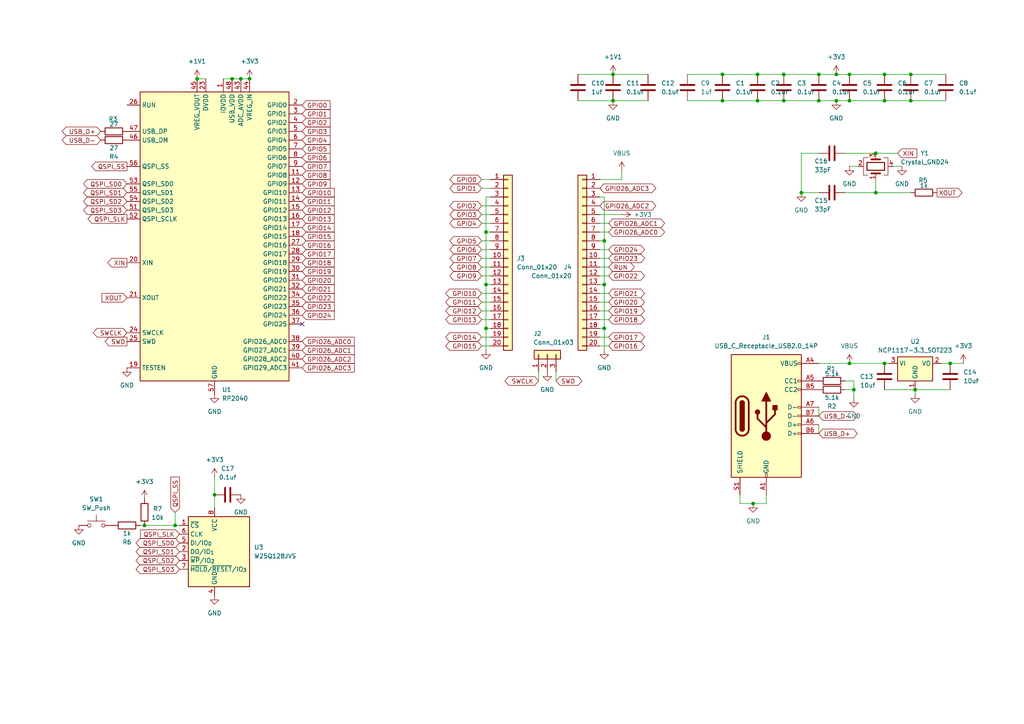
<source format=kicad_sch>
(kicad_sch (version 20250114) (generator "eeschema") (generator_version "9.0")
  (paper "A4")
  (lib_symbols
    (symbol "Connector:USB_C_Receptacle_USB2.0_14P" (pin_names (offset 1.016))
      (property "Reference" "J" (at 0 22.225 0))
      (property "Value" "USB_C_Receptacle_USB2.0_14P" (at 0 19.685 0))
      (symbol "USB_C_Receptacle_USB2.0_14P_0_0"
        (rectangle (start -0.254 -17.78) (end 0.254 -16.764))
        (rectangle (start 10.16 15.494) (end 9.144 14.986))
        (rectangle (start 10.16 10.414) (end 9.144 9.906))
        (rectangle (start 10.16 7.874) (end 9.144 7.366))
        (rectangle (start 10.16 2.794) (end 9.144 2.286))
        (rectangle (start 10.16 0.254) (end 9.144 -0.254))
        (rectangle (start 10.16 -2.286) (end 9.144 -2.794))
        (rectangle (start 10.16 -4.826) (end 9.144 -5.334))
      )
      (symbol "USB_C_Receptacle_USB2.0_14P_0_1"
        (rectangle (start -10.16 17.78) (end 10.16 -17.78) (stroke (width 0.254)) (fill (type background)))
        (polyline (pts (xy -8.89 -3.81) (xy -8.89 3.81)) (stroke (width 0.508)))
        (rectangle (start -7.62 -3.81) (end -6.35 3.81) (stroke (width 0.254)) (fill (type outline)))
        (arc (start -7.62 3.81) (mid -6.985 4.4423) (end -6.35 3.81) (stroke (width 0.254)))
        (arc (start -7.62 3.81) (mid -6.985 4.4423) (end -6.35 3.81) (stroke (width 0.254)) (fill (type outline)))
        (arc (start -8.89 3.81) (mid -6.985 5.7067) (end -5.08 3.81) (stroke (width 0.508)))
        (arc (start -5.08 -3.81) (mid -6.985 -5.7067) (end -8.89 -3.81) (stroke (width 0.508)))
        (arc (start -6.35 -3.81) (mid -6.985 -4.4423) (end -7.62 -3.81) (stroke (width 0.254)))
        (arc (start -6.35 -3.81) (mid -6.985 -4.4423) (end -7.62 -3.81) (stroke (width 0.254)) (fill (type outline)))
        (polyline (pts (xy -5.08 3.81) (xy -5.08 -3.81)) (stroke (width 0.508)))
        (circle (center -2.54 1.143) (radius 0.635) (stroke (width 0.254)) (fill (type outline)))
        (polyline (pts (xy -1.27 4.318) (xy 0 6.858) (xy 1.27 4.318) (xy -1.27 4.318)) (stroke (width 0.254)) (fill (type outline)))
        (polyline (pts (xy 0 -2.032) (xy 2.54 0.508) (xy 2.54 1.778)) (stroke (width 0.508)))
        (polyline (pts (xy 0 -3.302) (xy -2.54 -0.762) (xy -2.54 0.508)) (stroke (width 0.508)))
        (polyline (pts (xy 0 -5.842) (xy 0 4.318)) (stroke (width 0.508)))
        (circle (center 0 -5.842) (radius 1.27) (fill (type outline)))
        (rectangle (start 1.905 1.778) (end 3.175 3.048) (stroke (width 0.254)) (fill (type outline)))
      )
      (symbol "USB_C_Receptacle_USB2.0_14P_1_1"
        (pin passive line (at -7.62 -22.86 90) (length 5.08) (name "SHIELD") (number "S1"))
        (pin passive line (at 0 -22.86 90) (length 5.08) (name "GND") (number "A1"))
        (pin passive line (at 0 -22.86 90) (length 5.08) (hide yes) (name "GND") (number "A12"))
        (pin passive line (at 0 -22.86 90) (length 5.08) (hide yes) (name "GND") (number "B1"))
        (pin passive line (at 0 -22.86 90) (length 5.08) (hide yes) (name "GND") (number "B12"))
        (pin passive line (at 15.24 15.24 180) (length 5.08) (name "VBUS") (number "A4"))
        (pin passive line (at 15.24 15.24 180) (length 5.08) (hide yes) (name "VBUS") (number "A9"))
        (pin passive line (at 15.24 15.24 180) (length 5.08) (hide yes) (name "VBUS") (number "B4"))
        (pin passive line (at 15.24 15.24 180) (length 5.08) (hide yes) (name "VBUS") (number "B9"))
        (pin bidirectional line (at 15.24 10.16 180) (length 5.08) (name "CC1") (number "A5"))
        (pin bidirectional line (at 15.24 7.62 180) (length 5.08) (name "CC2") (number "B5"))
        (pin bidirectional line (at 15.24 2.54 180) (length 5.08) (name "D-") (number "A7"))
        (pin bidirectional line (at 15.24 0 180) (length 5.08) (name "D-") (number "B7"))
        (pin bidirectional line (at 15.24 -2.54 180) (length 5.08) (name "D+") (number "A6"))
        (pin bidirectional line (at 15.24 -5.08 180) (length 5.08) (name "D+") (number "B6"))
      )
    )
    (symbol "Connector_Generic:Conn_01x20" (pin_names (offset 1.016) (hide yes))
      (property "Reference" "J" (at 0 25.4 0))
      (property "Value" "Conn_01x20" (at 0 -27.94 0))
      (symbol "Conn_01x20_1_1"
        (rectangle (start -1.27 24.13) (end 1.27 -26.67) (stroke (width 0.254)) (fill (type background)))
        (rectangle (start -1.27 22.987) (end 0 22.733) (stroke (width 0.1524)))
        (rectangle (start -1.27 20.447) (end 0 20.193) (stroke (width 0.1524)))
        (rectangle (start -1.27 17.907) (end 0 17.653) (stroke (width 0.1524)))
        (rectangle (start -1.27 15.367) (end 0 15.113) (stroke (width 0.1524)))
        (rectangle (start -1.27 12.827) (end 0 12.573) (stroke (width 0.1524)))
        (rectangle (start -1.27 10.287) (end 0 10.033) (stroke (width 0.1524)))
        (rectangle (start -1.27 7.747) (end 0 7.493) (stroke (width 0.1524)))
        (rectangle (start -1.27 5.207) (end 0 4.953) (stroke (width 0.1524)))
        (rectangle (start -1.27 2.667) (end 0 2.413) (stroke (width 0.1524)))
        (rectangle (start -1.27 0.127) (end 0 -0.127) (stroke (width 0.1524)))
        (rectangle (start -1.27 -2.413) (end 0 -2.667) (stroke (width 0.1524)))
        (rectangle (start -1.27 -4.953) (end 0 -5.207) (stroke (width 0.1524)))
        (rectangle (start -1.27 -7.493) (end 0 -7.747) (stroke (width 0.1524)))
        (rectangle (start -1.27 -10.033) (end 0 -10.287) (stroke (width 0.1524)))
        (rectangle (start -1.27 -12.573) (end 0 -12.827) (stroke (width 0.1524)))
        (rectangle (start -1.27 -15.113) (end 0 -15.367) (stroke (width 0.1524)))
        (rectangle (start -1.27 -17.653) (end 0 -17.907) (stroke (width 0.1524)))
        (rectangle (start -1.27 -20.193) (end 0 -20.447) (stroke (width 0.1524)))
        (rectangle (start -1.27 -22.733) (end 0 -22.987) (stroke (width 0.1524)))
        (rectangle (start -1.27 -25.273) (end 0 -25.527) (stroke (width 0.1524)))
        (pin passive line (at -5.08 22.86 0) (length 3.81) (name "Pin_1") (number "1"))
        (pin passive line (at -5.08 20.32 0) (length 3.81) (name "Pin_2") (number "2"))
        (pin passive line (at -5.08 17.78 0) (length 3.81) (name "Pin_3") (number "3"))
        (pin passive line (at -5.08 15.24 0) (length 3.81) (name "Pin_4") (number "4"))
        (pin passive line (at -5.08 12.7 0) (length 3.81) (name "Pin_5") (number "5"))
        (pin passive line (at -5.08 10.16 0) (length 3.81) (name "Pin_6") (number "6"))
        (pin passive line (at -5.08 7.62 0) (length 3.81) (name "Pin_7") (number "7"))
        (pin passive line (at -5.08 5.08 0) (length 3.81) (name "Pin_8") (number "8"))
        (pin passive line (at -5.08 2.54 0) (length 3.81) (name "Pin_9") (number "9"))
        (pin passive line (at -5.08 0 0) (length 3.81) (name "Pin_10") (number "10"))
        (pin passive line (at -5.08 -2.54 0) (length 3.81) (name "Pin_11") (number "11"))
        (pin passive line (at -5.08 -5.08 0) (length 3.81) (name "Pin_12") (number "12"))
        (pin passive line (at -5.08 -7.62 0) (length 3.81) (name "Pin_13") (number "13"))
        (pin passive line (at -5.08 -10.16 0) (length 3.81) (name "Pin_14") (number "14"))
        (pin passive line (at -5.08 -12.7 0) (length 3.81) (name "Pin_15") (number "15"))
        (pin passive line (at -5.08 -15.24 0) (length 3.81) (name "Pin_16") (number "16"))
        (pin passive line (at -5.08 -17.78 0) (length 3.81) (name "Pin_17") (number "17"))
        (pin passive line (at -5.08 -20.32 0) (length 3.81) (name "Pin_18") (number "18"))
        (pin passive line (at -5.08 -22.86 0) (length 3.81) (name "Pin_19") (number "19"))
        (pin passive line (at -5.08 -25.4 0) (length 3.81) (name "Pin_20") (number "20"))
      )
    )
    (symbol "Device:C" (pin_numbers (hide yes)) (pin_names (offset 0.254))
      (property "Reference" "C" (at 0.635 2.54 0))
      (property "Value" "C" (at 0.635 -2.54 0))
      (symbol "C_0_1"
        (polyline (pts (xy -2.032 0.762) (xy 2.032 0.762)) (stroke (width 0.508)))
        (polyline (pts (xy -2.032 -0.762) (xy 2.032 -0.762)) (stroke (width 0.508)))
      )
      (symbol "C_1_1"
        (pin passive line (at 0 3.81 270) (length 2.794) (name "~") (number "1"))
        (pin passive line (at 0 -3.81 90) (length 2.794) (name "~") (number "2"))
      )
    )
    (symbol "Device:Crystal_GND24" (pin_names (offset 1.016) (hide yes))
      (property "Reference" "Y" (at 3.175 5.08 0))
      (property "Value" "Crystal_GND24" (at 3.175 3.175 0))
      (symbol "Crystal_GND24_0_1"
        (polyline (pts (xy -2.54 2.286) (xy -2.54 3.556) (xy 2.54 3.556) (xy 2.54 2.286)))
        (polyline (pts (xy -2.54 0) (xy -2.032 0)))
        (polyline (pts (xy -2.54 -2.286) (xy -2.54 -3.556) (xy 2.54 -3.556) (xy 2.54 -2.286)))
        (polyline (pts (xy -2.032 -1.27) (xy -2.032 1.27)) (stroke (width 0.508)))
        (rectangle (start -1.143 2.54) (end 1.143 -2.54) (stroke (width 0.3048)))
        (polyline (pts (xy 0 3.556) (xy 0 3.81)))
        (polyline (pts (xy 0 -3.81) (xy 0 -3.556)))
        (polyline (pts (xy 2.032 0) (xy 2.54 0)))
        (polyline (pts (xy 2.032 -1.27) (xy 2.032 1.27)) (stroke (width 0.508)))
      )
      (symbol "Crystal_GND24_1_1"
        (pin passive line (at -3.81 0 0) (length 1.27) (name "1") (number "1"))
        (pin passive line (at 0 5.08 270) (length 1.27) (name "2") (number "2"))
        (pin passive line (at 0 -5.08 90) (length 1.27) (name "4") (number "4"))
        (pin passive line (at 3.81 0 180) (length 1.27) (name "3") (number "3"))
      )
    )
    (symbol "Device:R" (pin_numbers (hide yes)) (pin_names (offset 0))
      (property "Reference" "R" (at 2.032 0 90))
      (property "Value" "R" (at 0 0 90))
      (symbol "R_0_1"
        (rectangle (start -1.016 -2.54) (end 1.016 2.54) (stroke (width 0.254)))
      )
      (symbol "R_1_1"
        (pin passive line (at 0 3.81 270) (length 1.27) (name "~") (number "1"))
        (pin passive line (at 0 -3.81 90) (length 1.27) (name "~") (number "2"))
      )
    )
    (symbol "MCU_RaspberryPi:RP2040"
      (property "Reference" "U" (at 17.78 45.72 0))
      (property "Value" "RP2040" (at 17.78 43.18 0))
      (symbol "RP2040_0_1"
        (rectangle (start -21.59 41.91) (end 21.59 -41.91) (stroke (width 0.254)) (fill (type background)))
      )
      (symbol "RP2040_1_1"
        (pin input line (at -25.4 38.1 0) (length 3.81) (name "RUN") (number "26"))
        (pin bidirectional line (at -25.4 30.48 0) (length 3.81) (name "USB_DP") (number "47"))
        (pin bidirectional line (at -25.4 27.94 0) (length 3.81) (name "USB_DM") (number "46"))
        (pin bidirectional line (at -25.4 20.32 0) (length 3.81) (name "QSPI_SS") (number "56"))
        (pin bidirectional line (at -25.4 15.24 0) (length 3.81) (name "QSPI_SD0") (number "53"))
        (pin bidirectional line (at -25.4 12.7 0) (length 3.81) (name "QSPI_SD1") (number "55"))
        (pin bidirectional line (at -25.4 10.16 0) (length 3.81) (name "QSPI_SD2") (number "54"))
        (pin bidirectional line (at -25.4 7.62 0) (length 3.81) (name "QSPI_SD3") (number "51"))
        (pin output line (at -25.4 5.08 0) (length 3.81) (name "QSPI_SCLK") (number "52"))
        (pin input line (at -25.4 -7.62 0) (length 3.81) (name "XIN") (number "20"))
        (pin passive line (at -25.4 -17.78 0) (length 3.81) (name "XOUT") (number "21"))
        (pin input line (at -25.4 -27.94 0) (length 3.81) (name "SWCLK") (number "24"))
        (pin bidirectional line (at -25.4 -30.48 0) (length 3.81) (name "SWD") (number "25"))
        (pin input line (at -25.4 -38.1 0) (length 3.81) (name "TESTEN") (number "19"))
        (pin power_out line (at -5.08 45.72 270) (length 3.81) (name "VREG_VOUT") (number "45"))
        (pin power_in line (at -2.54 45.72 270) (length 3.81) (name "DVDD") (number "23"))
        (pin passive line (at -2.54 45.72 270) (length 3.81) (hide yes) (name "DVDD") (number "50"))
        (pin power_in line (at 0 -45.72 90) (length 3.81) (name "GND") (number "57"))
        (pin power_in line (at 2.54 45.72 270) (length 3.81) (name "IOVDD") (number "1"))
        (pin passive line (at 2.54 45.72 270) (length 3.81) (hide yes) (name "IOVDD") (number "10"))
        (pin passive line (at 2.54 45.72 270) (length 3.81) (hide yes) (name "IOVDD") (number "22"))
        (pin passive line (at 2.54 45.72 270) (length 3.81) (hide yes) (name "IOVDD") (number "33"))
        (pin passive line (at 2.54 45.72 270) (length 3.81) (hide yes) (name "IOVDD") (number "42"))
        (pin passive line (at 2.54 45.72 270) (length 3.81) (hide yes) (name "IOVDD") (number "49"))
        (pin power_in line (at 5.08 45.72 270) (length 3.81) (name "USB_VDD") (number "48"))
        (pin power_in line (at 7.62 45.72 270) (length 3.81) (name "ADC_AVDD") (number "43"))
        (pin power_in line (at 10.16 45.72 270) (length 3.81) (name "VREG_IN") (number "44"))
        (pin bidirectional line (at 25.4 38.1 180) (length 3.81) (name "GPIO0") (number "2"))
        (pin bidirectional line (at 25.4 35.56 180) (length 3.81) (name "GPIO1") (number "3"))
        (pin bidirectional line (at 25.4 33.02 180) (length 3.81) (name "GPIO2") (number "4"))
        (pin bidirectional line (at 25.4 30.48 180) (length 3.81) (name "GPIO3") (number "5"))
        (pin bidirectional line (at 25.4 27.94 180) (length 3.81) (name "GPIO4") (number "6"))
        (pin bidirectional line (at 25.4 25.4 180) (length 3.81) (name "GPIO5") (number "7"))
        (pin bidirectional line (at 25.4 22.86 180) (length 3.81) (name "GPIO6") (number "8"))
        (pin bidirectional line (at 25.4 20.32 180) (length 3.81) (name "GPIO7") (number "9"))
        (pin bidirectional line (at 25.4 17.78 180) (length 3.81) (name "GPIO8") (number "11"))
        (pin bidirectional line (at 25.4 15.24 180) (length 3.81) (name "GPIO9") (number "12"))
        (pin bidirectional line (at 25.4 12.7 180) (length 3.81) (name "GPIO10") (number "13"))
        (pin bidirectional line (at 25.4 10.16 180) (length 3.81) (name "GPIO11") (number "14"))
        (pin bidirectional line (at 25.4 7.62 180) (length 3.81) (name "GPIO12") (number "15"))
        (pin bidirectional line (at 25.4 5.08 180) (length 3.81) (name "GPIO13") (number "16"))
        (pin bidirectional line (at 25.4 2.54 180) (length 3.81) (name "GPIO14") (number "17"))
        (pin bidirectional line (at 25.4 0 180) (length 3.81) (name "GPIO15") (number "18"))
        (pin bidirectional line (at 25.4 -2.54 180) (length 3.81) (name "GPIO16") (number "27"))
        (pin bidirectional line (at 25.4 -5.08 180) (length 3.81) (name "GPIO17") (number "28"))
        (pin bidirectional line (at 25.4 -7.62 180) (length 3.81) (name "GPIO18") (number "29"))
        (pin bidirectional line (at 25.4 -10.16 180) (length 3.81) (name "GPIO19") (number "30"))
        (pin bidirectional line (at 25.4 -12.7 180) (length 3.81) (name "GPIO20") (number "31"))
        (pin bidirectional line (at 25.4 -15.24 180) (length 3.81) (name "GPIO21") (number "32"))
        (pin bidirectional line (at 25.4 -17.78 180) (length 3.81) (name "GPIO22") (number "34"))
        (pin bidirectional line (at 25.4 -20.32 180) (length 3.81) (name "GPIO23") (number "35"))
        (pin bidirectional line (at 25.4 -22.86 180) (length 3.81) (name "GPIO24") (number "36"))
        (pin bidirectional line (at 25.4 -25.4 180) (length 3.81) (name "GPIO25") (number "37"))
        (pin bidirectional line (at 25.4 -30.48 180) (length 3.81) (name "GPIO26_ADC0") (number "38"))
        (pin bidirectional line (at 25.4 -33.02 180) (length 3.81) (name "GPIO27_ADC1") (number "39"))
        (pin bidirectional line (at 25.4 -35.56 180) (length 3.81) (name "GPIO28_ADC2") (number "40"))
        (pin bidirectional line (at 25.4 -38.1 180) (length 3.81) (name "GPIO29_ADC3") (number "41"))
      )
    )
    (symbol "Memory_Flash:W25Q128JVS"
      (property "Reference" "U" (at -6.35 11.43 0))
      (property "Value" "W25Q128JVS" (at 7.62 11.43 0))
      (symbol "W25Q128JVS_0_1"
        (rectangle (start -7.62 10.16) (end 10.16 -10.16) (stroke (width 0.254)) (fill (type background)))
      )
      (symbol "W25Q128JVS_1_1"
        (pin input line (at -10.16 7.62 0) (length 2.54) (name "~{CS}") (number "1"))
        (pin input line (at -10.16 5.08 0) (length 2.54) (name "CLK") (number "6"))
        (pin bidirectional line (at -10.16 2.54 0) (length 2.54) (name "DI/IO_{0}") (number "5"))
        (pin bidirectional line (at -10.16 0 0) (length 2.54) (name "DO/IO_{1}") (number "2"))
        (pin bidirectional line (at -10.16 -2.54 0) (length 2.54) (name "~{WP}/IO_{2}") (number "3"))
        (pin bidirectional line (at -10.16 -5.08 0) (length 2.54) (name "~{HOLD}/~{RESET}/IO_{3}") (number "7"))
        (pin power_in line (at 0 12.7 270) (length 2.54) (name "VCC") (number "8"))
        (pin power_in line (at 0 -12.7 90) (length 2.54) (name "GND") (number "4"))
      )
    )
    (symbol "PCM_4ms_Connector:Conn_01x03" (pin_names (offset 1.016) (hide yes))
      (property "Reference" "J" (at 0 5.08 0))
      (property "Value" "Conn_01x03" (at 0 -5.08 0))
      (symbol "Conn_01x03_1_1"
        (rectangle (start -1.27 3.81) (end 1.27 -3.81) (stroke (width 0.254)) (fill (type background)))
        (rectangle (start -1.27 2.667) (end 0 2.413) (stroke (width 0.1524)))
        (rectangle (start -1.27 0.127) (end 0 -0.127) (stroke (width 0.1524)))
        (rectangle (start -1.27 -2.413) (end 0 -2.667) (stroke (width 0.1524)))
        (pin passive line (at -5.08 2.54 0) (length 3.81) (name "Pin_1") (number "1"))
        (pin passive line (at -5.08 0 0) (length 3.81) (name "Pin_2") (number "2"))
        (pin passive line (at -5.08 -2.54 0) (length 3.81) (name "Pin_3") (number "3"))
      )
    )
    (symbol "Regulator_Linear:NCP1117-3.3_SOT223"
      (property "Reference" "U" (at -3.81 3.175 0))
      (property "Value" "NCP1117-3.3_SOT223" (at 0 3.175 0))
      (symbol "NCP1117-3.3_SOT223_0_1"
        (rectangle (start -5.08 -5.08) (end 5.08 1.905) (stroke (width 0.254)) (fill (type background)))
      )
      (symbol "NCP1117-3.3_SOT223_1_1"
        (pin power_in line (at -7.62 0 0) (length 2.54) (name "VI") (number "3"))
        (pin power_in line (at 0 -7.62 90) (length 2.54) (name "GND") (number "1"))
        (pin power_out line (at 7.62 0 180) (length 2.54) (name "VO") (number "2"))
      )
    )
    (symbol "Switch:SW_Push" (pin_numbers (hide yes)) (pin_names (offset 1.016) (hide yes))
      (property "Reference" "SW" (at 1.27 2.54 0))
      (property "Value" "SW_Push" (at 0 -1.524 0))
      (symbol "SW_Push_0_1"
        (circle (center -2.032 0) (radius 0.508))
        (polyline (pts (xy 0 1.27) (xy 0 3.048)))
        (circle (center 2.032 0) (radius 0.508))
        (polyline (pts (xy 2.54 1.27) (xy -2.54 1.27)))
        (pin passive line (at -5.08 0 0) (length 2.54) (name "1") (number "1"))
        (pin passive line (at 5.08 0 180) (length 2.54) (name "2") (number "2"))
      )
    )
    (symbol "power:+1V1" (power) (pin_numbers (hide yes)) (pin_names (offset 0) (hide yes))
      (property "Value" "+1V1" (at 0 3.556 0))
      (symbol "+1V1_0_1"
        (polyline (pts (xy -0.762 1.27) (xy 0 2.54)))
        (polyline (pts (xy 0 2.54) (xy 0.762 1.27)))
        (polyline (pts (xy 0 0) (xy 0 2.54)))
      )
      (symbol "+1V1_1_1"
        (pin power_in line (at 0 0 90) (length 0) (name "~") (number "1"))
      )
    )
    (symbol "power:+3V3" (power) (pin_numbers (hide yes)) (pin_names (offset 0) (hide yes))
      (property "Value" "+3V3" (at 0 3.556 0))
      (symbol "+3V3_0_1"
        (polyline (pts (xy -0.762 1.27) (xy 0 2.54)))
        (polyline (pts (xy 0 2.54) (xy 0.762 1.27)))
        (polyline (pts (xy 0 0) (xy 0 2.54)))
      )
      (symbol "+3V3_1_1"
        (pin power_in line (at 0 0 90) (length 0) (name "~") (number "1"))
      )
    )
    (symbol "power:GND" (power) (pin_numbers (hide yes)) (pin_names (offset 0) (hide yes))
      (property "Value" "GND" (at 0 -3.81 0))
      (symbol "GND_0_1"
        (polyline (pts (xy 0 0) (xy 0 -1.27) (xy 1.27 -1.27) (xy 0 -2.54) (xy -1.27 -1.27) (xy 0 -1.27)))
      )
      (symbol "GND_1_1"
        (pin power_in line (at 0 0 270) (length 0) (name "~") (number "1"))
      )
    )
    (symbol "power:VBUS" (power) (pin_numbers (hide yes)) (pin_names (offset 0) (hide yes))
      (property "Value" "VBUS" (at 0 3.556 0))
      (symbol "VBUS_0_1"
        (polyline (pts (xy -0.762 1.27) (xy 0 2.54)))
        (polyline (pts (xy 0 2.54) (xy 0.762 1.27)))
        (polyline (pts (xy 0 0) (xy 0 2.54)))
      )
      (symbol "VBUS_1_1"
        (pin power_in line (at 0 0 90) (length 0) (name "~") (number "1"))
      )
    )
  )
  (junction (at 50.8 152.4))
  (junction (at 246.38 105.41))
  (junction (at 265.43 113.03))
  (junction (at 275.59 105.41))
  (junction (at 242.57 21.59))
  (junction (at 237.49 21.59))
  (junction (at 67.31 22.86))
  (junction (at 140.97 67.31))
  (junction (at 237.49 29.21))
  (junction (at 254 55.88))
  (junction (at 177.8 21.59))
  (junction (at 209.55 21.59))
  (junction (at 140.97 82.55))
  (junction (at 209.55 29.21))
  (junction (at 232.41 55.88))
  (junction (at 227.33 29.21))
  (junction (at 41.91 152.4))
  (junction (at 219.71 29.21))
  (junction (at 175.26 69.85))
  (junction (at 177.8 29.21))
  (junction (at 69.85 22.86))
  (junction (at 264.16 29.21))
  (junction (at 72.39 22.86))
  (junction (at 175.26 95.25))
  (junction (at 140.97 95.25))
  (junction (at 247.65 113.03))
  (junction (at 57.15 22.86))
  (junction (at 227.33 21.59))
  (junction (at 254 44.45))
  (junction (at 218.44 146.05))
  (junction (at 256.54 21.59))
  (junction (at 219.71 21.59))
  (junction (at 256.54 105.41))
  (junction (at 246.38 29.21))
  (junction (at 246.38 21.59))
  (junction (at 264.16 21.59))
  (junction (at 175.26 82.55))
  (junction (at 242.57 29.21))
  (junction (at 256.54 29.21))
  (junction (at 62.23 143.51))
  (no_connect (at 87.63 93.98))
  (wire (pts (xy 177.8 29.21) (xy 187.96 29.21)))
  (wire (pts (xy 247.65 113.03) (xy 247.65 110.49)))
  (wire (pts (xy 140.97 67.31) (xy 142.24 67.31)))
  (wire (pts (xy 173.99 100.33) (xy 176.53 100.33)))
  (wire (pts (xy 275.59 105.41) (xy 279.4 105.41)))
  (wire (pts (xy 140.97 95.25) (xy 140.97 101.6)))
  (wire (pts (xy 264.16 21.59) (xy 274.32 21.59)))
  (wire (pts (xy 245.11 113.03) (xy 247.65 113.03)))
  (wire (pts (xy 139.7 54.61) (xy 142.24 54.61)))
  (wire (pts (xy 264.16 29.21) (xy 274.32 29.21)))
  (wire (pts (xy 237.49 118.11) (xy 237.49 120.65)))
  (wire (pts (xy 161.29 107.95) (xy 161.29 110.49)))
  (wire (pts (xy 209.55 21.59) (xy 219.71 21.59)))
  (wire (pts (xy 237.49 21.59) (xy 242.57 21.59)))
  (wire (pts (xy 139.7 90.17) (xy 142.24 90.17)))
  (wire (pts (xy 237.49 29.21) (xy 242.57 29.21)))
  (wire (pts (xy 173.99 80.01) (xy 176.53 80.01)))
  (wire (pts (xy 139.7 80.01) (xy 142.24 80.01)))
  (wire (pts (xy 256.54 29.21) (xy 264.16 29.21)))
  (wire (pts (xy 173.99 62.23) (xy 180.34 62.23)))
  (wire (pts (xy 62.23 138.43) (xy 62.23 143.51)))
  (wire (pts (xy 246.38 21.59) (xy 256.54 21.59)))
  (wire (pts (xy 167.64 29.21) (xy 177.8 29.21)))
  (wire (pts (xy 40.64 152.4) (xy 41.91 152.4)))
  (wire (pts (xy 242.57 29.21) (xy 246.38 29.21)))
  (wire (pts (xy 139.7 85.09) (xy 142.24 85.09)))
  (wire (pts (xy 259.08 48.26) (xy 261.62 48.26)))
  (wire (pts (xy 139.7 100.33) (xy 142.24 100.33)))
  (wire (pts (xy 139.7 69.85) (xy 142.24 69.85)))
  (wire (pts (xy 214.63 143.51) (xy 214.63 146.05)))
  (wire (pts (xy 245.11 55.88) (xy 254 55.88)))
  (wire (pts (xy 222.25 146.05) (xy 222.25 143.51)))
  (wire (pts (xy 139.7 72.39) (xy 142.24 72.39)))
  (wire (pts (xy 173.99 72.39) (xy 176.53 72.39)))
  (wire (pts (xy 219.71 21.59) (xy 227.33 21.59)))
  (wire (pts (xy 139.7 64.77) (xy 142.24 64.77)))
  (wire (pts (xy 237.49 55.88) (xy 232.41 55.88)))
  (wire (pts (xy 173.99 90.17) (xy 176.53 90.17)))
  (wire (pts (xy 140.97 57.15) (xy 140.97 67.31)))
  (wire (pts (xy 173.99 95.25) (xy 175.26 95.25)))
  (wire (pts (xy 245.11 110.49) (xy 247.65 110.49)))
  (wire (pts (xy 254 44.45) (xy 260.35 44.45)))
  (wire (pts (xy 139.7 87.63) (xy 142.24 87.63)))
  (wire (pts (xy 209.55 29.21) (xy 219.71 29.21)))
  (wire (pts (xy 50.8 152.4) (xy 52.07 152.4)))
  (wire (pts (xy 142.24 57.15) (xy 140.97 57.15)))
  (wire (pts (xy 173.99 69.85) (xy 175.26 69.85)))
  (wire (pts (xy 237.49 105.41) (xy 246.38 105.41)))
  (wire (pts (xy 265.43 113.03) (xy 265.43 114.3)))
  (wire (pts (xy 175.26 82.55) (xy 175.26 95.25)))
  (wire (pts (xy 173.99 87.63) (xy 176.53 87.63)))
  (wire (pts (xy 175.26 69.85) (xy 175.26 82.55)))
  (wire (pts (xy 175.26 57.15) (xy 175.26 69.85)))
  (wire (pts (xy 173.99 57.15) (xy 175.26 57.15)))
  (wire (pts (xy 140.97 95.25) (xy 142.24 95.25)))
  (wire (pts (xy 246.38 29.21) (xy 256.54 29.21)))
  (wire (pts (xy 139.7 59.69) (xy 142.24 59.69)))
  (wire (pts (xy 173.99 52.07) (xy 180.34 52.07)))
  (wire (pts (xy 140.97 82.55) (xy 140.97 95.25)))
  (wire (pts (xy 140.97 82.55) (xy 142.24 82.55)))
  (wire (pts (xy 173.99 97.79) (xy 176.53 97.79)))
  (wire (pts (xy 57.15 22.86) (xy 59.69 22.86)))
  (wire (pts (xy 246.38 48.26) (xy 248.92 48.26)))
  (wire (pts (xy 256.54 113.03) (xy 265.43 113.03)))
  (wire (pts (xy 254 55.88) (xy 254 52.07)))
  (wire (pts (xy 69.85 22.86) (xy 72.39 22.86)))
  (wire (pts (xy 139.7 92.71) (xy 142.24 92.71)))
  (wire (pts (xy 140.97 67.31) (xy 140.97 82.55)))
  (wire (pts (xy 273.05 105.41) (xy 275.59 105.41)))
  (wire (pts (xy 139.7 62.23) (xy 142.24 62.23)))
  (wire (pts (xy 139.7 74.93) (xy 142.24 74.93)))
  (wire (pts (xy 232.41 55.88) (xy 232.41 44.45)))
  (wire (pts (xy 173.99 67.31) (xy 176.53 67.31)))
  (wire (pts (xy 219.71 29.21) (xy 227.33 29.21)))
  (wire (pts (xy 199.39 21.59) (xy 209.55 21.59)))
  (wire (pts (xy 156.21 107.95) (xy 156.21 110.49)))
  (wire (pts (xy 64.77 22.86) (xy 67.31 22.86)))
  (wire (pts (xy 139.7 77.47) (xy 142.24 77.47)))
  (wire (pts (xy 50.8 148.59) (xy 50.8 152.4)))
  (wire (pts (xy 175.26 95.25) (xy 175.26 101.6)))
  (wire (pts (xy 173.99 85.09) (xy 176.53 85.09)))
  (wire (pts (xy 173.99 92.71) (xy 176.53 92.71)))
  (wire (pts (xy 67.31 22.86) (xy 69.85 22.86)))
  (wire (pts (xy 199.39 29.21) (xy 209.55 29.21)))
  (wire (pts (xy 173.99 64.77) (xy 176.53 64.77)))
  (wire (pts (xy 256.54 21.59) (xy 264.16 21.59)))
  (wire (pts (xy 242.57 21.59) (xy 246.38 21.59)))
  (wire (pts (xy 167.64 21.59) (xy 177.8 21.59)))
  (wire (pts (xy 177.8 21.59) (xy 187.96 21.59)))
  (wire (pts (xy 139.7 97.79) (xy 142.24 97.79)))
  (wire (pts (xy 139.7 52.07) (xy 142.24 52.07)))
  (wire (pts (xy 245.11 44.45) (xy 254 44.45)))
  (wire (pts (xy 227.33 21.59) (xy 237.49 21.59)))
  (wire (pts (xy 237.49 123.19) (xy 237.49 125.73)))
  (wire (pts (xy 264.16 55.88) (xy 254 55.88)))
  (wire (pts (xy 214.63 146.05) (xy 218.44 146.05)))
  (wire (pts (xy 173.99 82.55) (xy 175.26 82.55)))
  (wire (pts (xy 173.99 77.47) (xy 176.53 77.47)))
  (wire (pts (xy 41.91 152.4) (xy 50.8 152.4)))
  (wire (pts (xy 227.33 29.21) (xy 237.49 29.21)))
  (wire (pts (xy 246.38 105.41) (xy 256.54 105.41)))
  (wire (pts (xy 218.44 146.05) (xy 222.25 146.05)))
  (wire (pts (xy 173.99 74.93) (xy 176.53 74.93)))
  (wire (pts (xy 232.41 44.45) (xy 237.49 44.45)))
  (wire (pts (xy 256.54 105.41) (xy 257.81 105.41)))
  (wire (pts (xy 180.34 49.53) (xy 180.34 52.07)))
  (wire (pts (xy 247.65 113.03) (xy 247.65 115.57)))
  (wire (pts (xy 62.23 143.51) (xy 62.23 147.32)))
  (wire (pts (xy 265.43 113.03) (xy 275.59 113.03)))
  (global_label "GPIO15" (shape bidirectional) (at 139.7 100.33 180) (property "Intersheetrefs" "${INTERSHEET_REFS}" (effects (hide yes))))
  (global_label "GPIO0" (shape input) (at 87.63 30.48 0) (property "Intersheetrefs" "${INTERSHEET_REFS}" (effects (hide yes))))
  (global_label "GPIO3" (shape bidirectional) (at 139.7 62.23 180) (property "Intersheetrefs" "${INTERSHEET_REFS}" (effects (hide yes))))
  (global_label "GPIO14" (shape input) (at 87.63 66.04 0) (property "Intersheetrefs" "${INTERSHEET_REFS}" (effects (hide yes))))
  (global_label "RUN" (shape bidirectional) (at 176.53 77.47 0) (property "Intersheetrefs" "${INTERSHEET_REFS}" (effects (hide yes))))
  (global_label "GPIO26_ADC3" (shape input) (at 87.63 106.68 0) (property "Intersheetrefs" "${INTERSHEET_REFS}" (effects (hide yes))))
  (global_label "USB_D-" (shape bidirectional) (at 29.21 40.64 180) (property "Intersheetrefs" "${INTERSHEET_REFS}" (effects (hide yes))))
  (global_label "GPIO24" (shape bidirectional) (at 176.53 72.39 0) (property "Intersheetrefs" "${INTERSHEET_REFS}" (effects (hide yes))))
  (global_label "GPIO26_ADC2" (shape bidirectional) (at 173.99 59.69 0) (property "Intersheetrefs" "${INTERSHEET_REFS}" (effects (hide yes))))
  (global_label "GPIO4" (shape bidirectional) (at 139.7 64.77 180) (property "Intersheetrefs" "${INTERSHEET_REFS}" (effects (hide yes))))
  (global_label "GPIO11" (shape input) (at 87.63 58.42 0) (property "Intersheetrefs" "${INTERSHEET_REFS}" (effects (hide yes))))
  (global_label "GPIO13" (shape input) (at 87.63 63.5 0) (property "Intersheetrefs" "${INTERSHEET_REFS}" (effects (hide yes))))
  (global_label "USB_D+" (shape bidirectional) (at 237.49 125.73 0) (property "Intersheetrefs" "${INTERSHEET_REFS}" (effects (hide yes))))
  (global_label "SWCLK" (shape bidirectional) (at 36.83 96.52 180) (property "Intersheetrefs" "${INTERSHEET_REFS}" (effects (hide yes))))
  (global_label "GPIO2" (shape bidirectional) (at 139.7 59.69 180) (property "Intersheetrefs" "${INTERSHEET_REFS}" (effects (hide yes))))
  (global_label "GPIO4" (shape input) (at 87.63 40.64 0) (property "Intersheetrefs" "${INTERSHEET_REFS}" (effects (hide yes))))
  (global_label "GPIO26_ADC0" (shape bidirectional) (at 176.53 67.31 0) (property "Intersheetrefs" "${INTERSHEET_REFS}" (effects (hide yes))))
  (global_label "GPIO7" (shape bidirectional) (at 139.7 74.93 180) (property "Intersheetrefs" "${INTERSHEET_REFS}" (effects (hide yes))))
  (global_label "GPIO10" (shape input) (at 87.63 55.88 0) (property "Intersheetrefs" "${INTERSHEET_REFS}" (effects (hide yes))))
  (global_label "GPIO1" (shape input) (at 87.63 33.02 0) (property "Intersheetrefs" "${INTERSHEET_REFS}" (effects (hide yes))))
  (global_label "XIN" (shape output) (at 36.83 76.2 180) (property "Intersheetrefs" "${INTERSHEET_REFS}" (effects (hide yes))))
  (global_label "GPIO13" (shape bidirectional) (at 139.7 92.71 180) (property "Intersheetrefs" "${INTERSHEET_REFS}" (effects (hide yes))))
  (global_label "GPIO8" (shape bidirectional) (at 139.7 77.47 180) (property "Intersheetrefs" "${INTERSHEET_REFS}" (effects (hide yes))))
  (global_label "GPIO21" (shape input) (at 87.63 83.82 0) (property "Intersheetrefs" "${INTERSHEET_REFS}" (effects (hide yes))))
  (global_label "QSPI_SD1" (shape bidirectional) (at 52.07 160.02 180) (property "Intersheetrefs" "${INTERSHEET_REFS}" (effects (hide yes))))
  (global_label "SWCLK" (shape bidirectional) (at 156.21 110.49 180) (property "Intersheetrefs" "${INTERSHEET_REFS}" (effects (hide yes))))
  (global_label "SWD" (shape bidirectional) (at 161.29 110.49 0) (property "Intersheetrefs" "${INTERSHEET_REFS}" (effects (hide yes))))
  (global_label "GPIO5" (shape bidirectional) (at 139.7 69.85 180) (property "Intersheetrefs" "${INTERSHEET_REFS}" (effects (hide yes))))
  (global_label "GPIO11" (shape bidirectional) (at 139.7 87.63 180) (property "Intersheetrefs" "${INTERSHEET_REFS}" (effects (hide yes))))
  (global_label "GPIO17" (shape bidirectional) (at 176.53 97.79 0) (property "Intersheetrefs" "${INTERSHEET_REFS}" (effects (hide yes))))
  (global_label "QSPI_SD1" (shape bidirectional) (at 36.83 55.88 180) (property "Intersheetrefs" "${INTERSHEET_REFS}" (effects (hide yes))))
  (global_label "GPIO19" (shape input) (at 87.63 78.74 0) (property "Intersheetrefs" "${INTERSHEET_REFS}" (effects (hide yes))))
  (global_label "QSPI_SS" (shape output) (at 36.83 48.26 180) (property "Intersheetrefs" "${INTERSHEET_REFS}" (effects (hide yes))))
  (global_label "XOUT" (shape output) (at 271.78 55.88 0) (property "Intersheetrefs" "${INTERSHEET_REFS}" (effects (hide yes))))
  (global_label "GPIO17" (shape input) (at 87.63 73.66 0) (property "Intersheetrefs" "${INTERSHEET_REFS}" (effects (hide yes))))
  (global_label "GPIO26_ADC1" (shape bidirectional) (at 176.53 64.77 0) (property "Intersheetrefs" "${INTERSHEET_REFS}" (effects (hide yes))))
  (global_label "GPIO18" (shape bidirectional) (at 176.53 92.71 0) (property "Intersheetrefs" "${INTERSHEET_REFS}" (effects (hide yes))))
  (global_label "QSPI_SD2" (shape bidirectional) (at 52.07 162.56 180) (property "Intersheetrefs" "${INTERSHEET_REFS}" (effects (hide yes))))
  (global_label "GPIO6" (shape input) (at 87.63 45.72 0) (property "Intersheetrefs" "${INTERSHEET_REFS}" (effects (hide yes))))
  (global_label "GPIO10" (shape bidirectional) (at 139.7 85.09 180) (property "Intersheetrefs" "${INTERSHEET_REFS}" (effects (hide yes))))
  (global_label "GPIO12" (shape input) (at 87.63 60.96 0) (property "Intersheetrefs" "${INTERSHEET_REFS}" (effects (hide yes))))
  (global_label "GPIO26_ADC0" (shape input) (at 87.63 99.06 0) (property "Intersheetrefs" "${INTERSHEET_REFS}" (effects (hide yes))))
  (global_label "GPIO7" (shape input) (at 87.63 48.26 0) (property "Intersheetrefs" "${INTERSHEET_REFS}" (effects (hide yes))))
  (global_label "SWD" (shape output) (at 36.83 99.06 180) (property "Intersheetrefs" "${INTERSHEET_REFS}" (effects (hide yes))))
  (global_label "QSPI_SD3" (shape bidirectional) (at 52.07 165.1 180) (property "Intersheetrefs" "${INTERSHEET_REFS}" (effects (hide yes))))
  (global_label "GPIO22" (shape bidirectional) (at 176.53 80.01 0) (property "Intersheetrefs" "${INTERSHEET_REFS}" (effects (hide yes))))
  (global_label "GPIO15" (shape input) (at 87.63 68.58 0) (property "Intersheetrefs" "${INTERSHEET_REFS}" (effects (hide yes))))
  (global_label "GPIO24" (shape input) (at 87.63 91.44 0) (property "Intersheetrefs" "${INTERSHEET_REFS}" (effects (hide yes))))
  (global_label "GPIO14" (shape bidirectional) (at 139.7 97.79 180) (property "Intersheetrefs" "${INTERSHEET_REFS}" (effects (hide yes))))
  (global_label "GPIO0" (shape bidirectional) (at 139.7 52.07 180) (property "Intersheetrefs" "${INTERSHEET_REFS}" (effects (hide yes))))
  (global_label "GPIO1" (shape bidirectional) (at 139.7 54.61 180) (property "Intersheetrefs" "${INTERSHEET_REFS}" (effects (hide yes))))
  (global_label "GPIO23" (shape input) (at 87.63 88.9 0) (property "Intersheetrefs" "${INTERSHEET_REFS}" (effects (hide yes))))
  (global_label "GPIO26_ADC1" (shape input) (at 87.63 101.6 0) (property "Intersheetrefs" "${INTERSHEET_REFS}" (effects (hide yes))))
  (global_label "GPIO3" (shape input) (at 87.63 38.1 0) (property "Intersheetrefs" "${INTERSHEET_REFS}" (effects (hide yes))))
  (global_label "QSPI_SD3" (shape bidirectional) (at 36.83 60.96 180) (property "Intersheetrefs" "${INTERSHEET_REFS}" (effects (hide yes))))
  (global_label "GPIO16" (shape input) (at 87.63 71.12 0) (property "Intersheetrefs" "${INTERSHEET_REFS}" (effects (hide yes))))
  (global_label "GPIO5" (shape input) (at 87.63 43.18 0) (property "Intersheetrefs" "${INTERSHEET_REFS}" (effects (hide yes))))
  (global_label "GPIO23" (shape bidirectional) (at 176.53 74.93 0) (property "Intersheetrefs" "${INTERSHEET_REFS}" (effects (hide yes))))
  (global_label "GPIO9" (shape bidirectional) (at 139.7 80.01 180) (property "Intersheetrefs" "${INTERSHEET_REFS}" (effects (hide yes))))
  (global_label "GPIO6" (shape bidirectional) (at 139.7 72.39 180) (property "Intersheetrefs" "${INTERSHEET_REFS}" (effects (hide yes))))
  (global_label "QSPI_SD2" (shape bidirectional) (at 36.83 58.42 180) (property "Intersheetrefs" "${INTERSHEET_REFS}" (effects (hide yes))))
  (global_label "GPIO20" (shape input) (at 87.63 81.28 0) (property "Intersheetrefs" "${INTERSHEET_REFS}" (effects (hide yes))))
  (global_label "GPIO19" (shape bidirectional) (at 176.53 90.17 0) (property "Intersheetrefs" "${INTERSHEET_REFS}" (effects (hide yes))))
  (global_label "USB_D-" (shape bidirectional) (at 237.49 120.65 0) (property "Intersheetrefs" "${INTERSHEET_REFS}" (effects (hide yes))))
  (global_label "GPIO16" (shape bidirectional) (at 176.53 100.33 0) (property "Intersheetrefs" "${INTERSHEET_REFS}" (effects (hide yes))))
  (global_label "GPIO18" (shape input) (at 87.63 76.2 0) (property "Intersheetrefs" "${INTERSHEET_REFS}" (effects (hide yes))))
  (global_label "GPIO9" (shape input) (at 87.63 53.34 0) (property "Intersheetrefs" "${INTERSHEET_REFS}" (effects (hide yes))))
  (global_label "GPIO12" (shape bidirectional) (at 139.7 90.17 180) (property "Intersheetrefs" "${INTERSHEET_REFS}" (effects (hide yes))))
  (global_label "GPIO8" (shape input) (at 87.63 50.8 0) (property "Intersheetrefs" "${INTERSHEET_REFS}" (effects (hide yes))))
  (global_label "GPIO26_ADC3" (shape bidirectional) (at 173.99 54.61 0) (property "Intersheetrefs" "${INTERSHEET_REFS}" (effects (hide yes))))
  (global_label "QSPI_SS" (shape input) (at 50.8 148.59 90) (property "Intersheetrefs" "${INTERSHEET_REFS}" (effects (hide yes))))
  (global_label "XIN" (shape input) (at 260.35 44.45 0) (property "Intersheetrefs" "${INTERSHEET_REFS}" (effects (hide yes))))
  (global_label "USB_D+" (shape bidirectional) (at 29.21 38.1 180) (property "Intersheetrefs" "${INTERSHEET_REFS}" (effects (hide yes))))
  (global_label "QSPI_SLK" (shape input) (at 52.07 154.94 180) (property "Intersheetrefs" "${INTERSHEET_REFS}" (effects (hide yes))))
  (global_label "QSPI_SD0" (shape bidirectional) (at 52.07 157.48 180) (property "Intersheetrefs" "${INTERSHEET_REFS}" (effects (hide yes))))
  (global_label "GPIO20" (shape bidirectional) (at 176.53 87.63 0) (property "Intersheetrefs" "${INTERSHEET_REFS}" (effects (hide yes))))
  (global_label "GPIO21" (shape bidirectional) (at 176.53 85.09 0) (property "Intersheetrefs" "${INTERSHEET_REFS}" (effects (hide yes))))
  (global_label "QSPI_SD0" (shape bidirectional) (at 36.83 53.34 180) (property "Intersheetrefs" "${INTERSHEET_REFS}" (effects (hide yes))))
  (global_label "GPIO26_ADC2" (shape input) (at 87.63 104.14 0) (property "Intersheetrefs" "${INTERSHEET_REFS}" (effects (hide yes))))
  (global_label "QSPI_SLK" (shape output) (at 36.83 63.5 180) (property "Intersheetrefs" "${INTERSHEET_REFS}" (effects (hide yes))))
  (global_label "GPIO22" (shape input) (at 87.63 86.36 0) (property "Intersheetrefs" "${INTERSHEET_REFS}" (effects (hide yes))))
  (global_label "GPIO2" (shape input) (at 87.63 35.56 0) (property "Intersheetrefs" "${INTERSHEET_REFS}" (effects (hide yes))))
  (global_label "XOUT" (shape input) (at 36.83 86.36 180) (property "Intersheetrefs" "${INTERSHEET_REFS}" (effects (hide yes))))
  (symbol (lib_id "Device:C") (at 246.38 25.4 0) (unit 1)
    (property "Reference" "C5" (at 250.19 24.1299 0) (effects (justify left)))
    (property "Value" "0.1uf" (at 250.19 26.6699 0) (effects (justify left)))
    (property "Footprint" "Capacitor_SMD:C_0201_0603Metric_Pad0.64x0.40mm_HandSolder" (effects (hide yes)))
    (property "Description" "Unpolarized capacitor" (effects (hide yes)))
  )
  (symbol (lib_id "Device:C") (at 167.64 25.4 0) (unit 1)
    (property "Reference" "C10" (at 171.45 24.1299 0) (effects (justify left)))
    (property "Value" "1uf" (at 171.45 26.6699 0) (effects (justify left)))
    (property "Footprint" "Capacitor_SMD:C_0201_0603Metric_Pad0.64x0.40mm_HandSolder" (effects (hide yes)))
    (property "Description" "Unpolarized capacitor" (effects (hide yes)))
  )
  (symbol (lib_id "Connector_Generic:Conn_01x20") (at 168.91 74.93 0) (mirror y) (unit 1)
    (property "Reference" "J4" (at 165.862 77.47 0) (effects (justify left)))
    (property "Value" "Conn_01x20" (at 165.862 80.01 0) (effects (justify left)))
    (property "Footprint" "Connector_Molex:Molex_SL_171971-0020_1x20_P2.54mm_Vertical" (effects (hide yes)))
    (property "Description" "Generic connector, single row, 01x20, script generated (kicad-library-utils/schlib/autogen/connector/)" (effects (hide yes)))
  )
  (symbol (lib_id "power:+3V3") (at 180.34 62.23 270) (unit 1)
    (property "Reference" "#PWR025" (effects (hide yes)))
    (property "Value" "+3V3" (at 186.436 62.23 90))
    (property "Description" "Power symbol creates a global label with name \"+3V3\"" (effects (hide yes)))
  )
  (symbol (lib_id "power:GND") (at 69.85 143.51 0) (unit 1)
    (property "Reference" "#PWR026" (effects (hide yes)))
    (property "Value" "GND" (at 69.85 148.59 0))
    (property "Description" "Power symbol creates a global label with name \"GND\" , ground" (effects (hide yes)))
  )
  (symbol (lib_id "Device:R") (at 241.3 113.03 90) (mirror x) (unit 1)
    (property "Reference" "R2" (at 241.3 117.856 90))
    (property "Value" "5.1k" (at 241.3 115.316 90))
    (property "Footprint" "Resistor_SMD:R_0201_0603Metric_Pad0.64x0.40mm_HandSolder" (effects (hide yes)))
    (property "Description" "Resistor" (effects (hide yes)))
  )
  (symbol (lib_id "Device:R") (at 267.97 55.88 90) (unit 1)
    (property "Reference" "R5" (at 267.716 52.324 90))
    (property "Value" "1k" (at 267.97 53.848 90))
    (property "Footprint" "Resistor_SMD:R_0201_0603Metric_Pad0.64x0.40mm_HandSolder" (effects (hide yes)))
    (property "Description" "Resistor" (effects (hide yes)))
  )
  (symbol (lib_id "Device:C") (at 209.55 25.4 0) (unit 1)
    (property "Reference" "C1" (at 213.36 24.1299 0) (effects (justify left)))
    (property "Value" "0.1uf" (at 213.36 26.6699 0) (effects (justify left)))
    (property "Footprint" "Capacitor_SMD:C_0201_0603Metric_Pad0.64x0.40mm_HandSolder" (effects (hide yes)))
    (property "Description" "Unpolarized capacitor" (effects (hide yes)))
  )
  (symbol (lib_id "Device:C") (at 199.39 25.4 0) (unit 1)
    (property "Reference" "C9" (at 203.2 24.1299 0) (effects (justify left)))
    (property "Value" "1uf" (at 203.2 26.6699 0) (effects (justify left)))
    (property "Footprint" "Capacitor_SMD:C_0201_0603Metric_Pad0.64x0.40mm_HandSolder" (effects (hide yes)))
    (property "Description" "Unpolarized capacitor" (effects (hide yes)))
  )
  (symbol (lib_id "power:GND") (at 158.75 107.95 0) (unit 1)
    (property "Reference" "#PWR022" (effects (hide yes)))
    (property "Value" "GND" (at 158.75 113.03 0))
    (property "Description" "Power symbol creates a global label with name \"GND\" , ground" (effects (hide yes)))
  )
  (symbol (lib_id "Switch:SW_Push") (at 27.94 152.4 0) (unit 1)
    (property "Reference" "SW1" (at 27.94 144.78 0))
    (property "Value" "SW_Push" (at 27.94 147.32 0))
    (property "Footprint" "Button_Switch_THT:SW_PUSH_1P1T_6x3.5mm_H5.0_APEM_MJTP1250" (effects (hide yes)))
    (property "Description" "Push button switch, generic, two pins" (effects (hide yes)))
  )
  (symbol (lib_id "power:GND") (at 247.65 115.57 0) (unit 1)
    (property "Reference" "#PWR09" (effects (hide yes)))
    (property "Value" "GND" (at 247.65 120.65 0))
    (property "Description" "Power symbol creates a global label with name \"GND\" , ground" (effects (hide yes)))
  )
  (symbol (lib_id "power:+3V3") (at 242.57 21.59 0) (unit 1)
    (property "Reference" "#PWR03" (effects (hide yes)))
    (property "Value" "+3V3" (at 242.57 16.51 0))
    (property "Description" "Power symbol creates a global label with name \"+3V3\"" (effects (hide yes)))
  )
  (symbol (lib_id "power:GND") (at 218.44 146.05 0) (unit 1)
    (property "Reference" "#PWR08" (effects (hide yes)))
    (property "Value" "GND" (at 218.44 151.13 0))
    (property "Description" "Power symbol creates a global label with name \"GND\" , ground" (effects (hide yes)))
  )
  (symbol (lib_id "Device:C") (at 256.54 109.22 0) (unit 1)
    (property "Reference" "C13" (at 249.428 109.22 0) (effects (justify left)))
    (property "Value" "10uf" (at 249.428 111.76 0) (effects (justify left)))
    (property "Footprint" "Capacitor_SMD:C_0201_0603Metric_Pad0.64x0.40mm_HandSolder" (effects (hide yes)))
    (property "Description" "Unpolarized capacitor" (effects (hide yes)))
  )
  (symbol (lib_id "power:+1V1") (at 177.8 21.59 0) (unit 1)
    (property "Reference" "#PWR05" (effects (hide yes)))
    (property "Value" "+1V1" (at 177.8 16.51 0))
    (property "Description" "Power symbol creates a global label with name \"+1V1\"" (effects (hide yes)))
  )
  (symbol (lib_id "power:VBUS") (at 246.38 105.41 0) (unit 1)
    (property "Reference" "#PWR011" (effects (hide yes)))
    (property "Value" "VBUS" (at 246.38 100.33 0))
    (property "Description" "Power symbol creates a global label with name \"VBUS\"" (effects (hide yes)))
  )
  (symbol (lib_id "Device:C") (at 177.8 25.4 0) (unit 1)
    (property "Reference" "C11" (at 181.61 24.1299 0) (effects (justify left)))
    (property "Value" "0.1uf" (at 181.61 26.6699 0) (effects (justify left)))
    (property "Footprint" "Capacitor_SMD:C_0201_0603Metric_Pad0.64x0.40mm_HandSolder" (effects (hide yes)))
    (property "Description" "Unpolarized capacitor" (effects (hide yes)))
  )
  (symbol (lib_id "Device:C") (at 219.71 25.4 0) (unit 1)
    (property "Reference" "C2" (at 223.52 24.1299 0) (effects (justify left)))
    (property "Value" "0.1uf" (at 223.52 26.6699 0) (effects (justify left)))
    (property "Footprint" "Capacitor_SMD:C_0201_0603Metric_Pad0.64x0.40mm_HandSolder" (effects (hide yes)))
    (property "Description" "Unpolarized capacitor" (effects (hide yes)))
  )
  (symbol (lib_id "Device:C") (at 237.49 25.4 0) (unit 1)
    (property "Reference" "C4" (at 241.3 24.1299 0) (effects (justify left)))
    (property "Value" "0.1uf" (at 241.3 26.6699 0) (effects (justify left)))
    (property "Footprint" "Capacitor_SMD:C_0201_0603Metric_Pad0.64x0.40mm_HandSolder" (effects (hide yes)))
    (property "Description" "Unpolarized capacitor" (effects (hide yes)))
  )
  (symbol (lib_id "Device:C") (at 275.59 109.22 0) (unit 1)
    (property "Reference" "C14" (at 279.4 107.9499 0) (effects (justify left)))
    (property "Value" "10uf" (at 279.4 110.4899 0) (effects (justify left)))
    (property "Footprint" "Capacitor_SMD:C_0201_0603Metric_Pad0.64x0.40mm_HandSolder" (effects (hide yes)))
    (property "Description" "Unpolarized capacitor" (effects (hide yes)))
  )
  (symbol (lib_id "power:GND") (at 246.38 48.26 0) (unit 1)
    (property "Reference" "#PWR013" (effects (hide yes)))
    (property "Value" "GND" (at 246.38 53.34 0))
    (property "Description" "Power symbol creates a global label with name \"GND\" , ground" (effects (hide yes)))
  )
  (symbol (lib_id "power:GND") (at 265.43 114.3 0) (unit 1)
    (property "Reference" "#PWR010" (effects (hide yes)))
    (property "Value" "GND" (at 265.43 119.38 0))
    (property "Description" "Power symbol creates a global label with name \"GND\" , ground" (effects (hide yes)))
  )
  (symbol (lib_id "Device:C") (at 264.16 25.4 0) (unit 1)
    (property "Reference" "C7" (at 267.97 24.1299 0) (effects (justify left)))
    (property "Value" "0.1uf" (at 267.97 26.6699 0) (effects (justify left)))
    (property "Footprint" "Capacitor_SMD:C_0201_0603Metric_Pad0.64x0.40mm_HandSolder" (effects (hide yes)))
    (property "Description" "Unpolarized capacitor" (effects (hide yes)))
  )
  (symbol (lib_id "PCM_4ms_Connector:Conn_01x03") (at 158.75 102.87 90) (unit 1)
    (property "Reference" "J2" (at 154.686 96.774 90) (effects (justify right)))
    (property "Value" "Conn_01x03" (at 154.686 99.314 90) (effects (justify right)))
    (property "Footprint" "Connector_PinHeader_2.54mm:PinHeader_1x03_P2.54mm_Vertical" (effects (hide yes)))
    (property "Description" "HEADER 1x3 MALE PINS 0.100” 180deg" (effects (hide yes)))
    (property "Specifications" "HEADER 1x3 MALE PINS 0.100” 180deg" (effects (hide yes)))
    (property "Manufacturer" "TAD" (effects (hide yes)))
    (property "Part Number" "1-0301FBV0T" (effects (hide yes)))
  )
  (symbol (lib_id "Device:C") (at 187.96 25.4 0) (unit 1)
    (property "Reference" "C12" (at 191.77 24.1299 0) (effects (justify left)))
    (property "Value" "0.1uf" (at 191.77 26.6699 0) (effects (justify left)))
    (property "Footprint" "Capacitor_SMD:C_0201_0603Metric_Pad0.64x0.40mm_HandSolder" (effects (hide yes)))
    (property "Description" "Unpolarized capacitor" (effects (hide yes)))
  )
  (symbol (lib_id "Device:R") (at 41.91 148.59 0) (mirror x) (unit 1)
    (property "Reference" "R7" (at 45.72 147.574 0))
    (property "Value" "10k" (at 45.72 150.114 0))
    (property "Footprint" "Resistor_SMD:R_0201_0603Metric_Pad0.64x0.40mm_HandSolder" (effects (hide yes)))
    (property "Description" "Resistor" (effects (hide yes)))
  )
  (symbol (lib_id "power:+3V3") (at 279.4 105.41 0) (unit 1)
    (property "Reference" "#PWR012" (effects (hide yes)))
    (property "Value" "+3V3" (at 279.4 100.33 0))
    (property "Description" "Power symbol creates a global label with name \"+3V3\"" (effects (hide yes)))
  )
  (symbol (lib_id "MCU_RaspberryPi:RP2040") (at 62.23 68.58 0) (unit 1)
    (property "Reference" "U1" (at 64.3733 113.03 0) (effects (justify left)))
    (property "Value" "RP2040" (at 64.3733 115.57 0) (effects (justify left)))
    (property "Footprint" "Package_DFN_QFN:QFN-56-1EP_7x7mm_P0.4mm_EP3.2x3.2mm" (effects (hide yes)))
    (property "Datasheet" "https://datasheets.raspberrypi.com/rp2040/rp2040-datasheet.pdf" (effects (hide yes)))
    (property "Description" "A microcontroller by Raspberry Pi" (effects (hide yes)))
  )
  (symbol (lib_id "Device:C") (at 241.3 55.88 90) (unit 1)
    (property "Reference" "C15" (at 236.22 58.166 90) (effects (justify right)))
    (property "Value" "33pF" (at 236.22 60.706 90) (effects (justify right)))
    (property "Footprint" "Capacitor_SMD:C_0201_0603Metric_Pad0.64x0.40mm_HandSolder" (effects (hide yes)))
    (property "Description" "Unpolarized capacitor" (effects (hide yes)))
  )
  (symbol (lib_id "Connector:USB_C_Receptacle_USB2.0_14P") (at 222.25 120.65 0) (unit 1)
    (property "Reference" "J1" (at 222.25 97.79 0))
    (property "Value" "USB_C_Receptacle_USB2.0_14P" (at 222.25 100.33 0))
    (property "Footprint" "Connector_USB:USB_C_Receptacle_GCT_USB4105-xx-A_16P_TopMnt_Horizontal" (effects (hide yes)))
    (property "Datasheet" "https://www.usb.org/sites/default/files/documents/usb_type-c.zip" (effects (hide yes)))
    (property "Description" "USB 2.0-only 14P Type-C Receptacle connector" (effects (hide yes)))
  )
  (symbol (lib_id "power:GND") (at 232.41 55.88 0) (unit 1)
    (property "Reference" "#PWR015" (effects (hide yes)))
    (property "Value" "GND" (at 232.41 60.96 0))
    (property "Description" "Power symbol creates a global label with name \"GND\" , ground" (effects (hide yes)))
  )
  (symbol (lib_id "power:+1V1") (at 57.15 22.86 0) (unit 1)
    (property "Reference" "#PWR01" (effects (hide yes)))
    (property "Value" "+1V1" (at 57.15 17.78 0))
    (property "Description" "Power symbol creates a global label with name \"+1V1\"" (effects (hide yes)))
  )
  (symbol (lib_id "Device:C") (at 274.32 25.4 0) (unit 1)
    (property "Reference" "C8" (at 278.13 24.1299 0) (effects (justify left)))
    (property "Value" "0.1uf" (at 278.13 26.6699 0) (effects (justify left)))
    (property "Footprint" "Capacitor_SMD:C_0201_0603Metric_Pad0.64x0.40mm_HandSolder" (effects (hide yes)))
    (property "Description" "Unpolarized capacitor" (effects (hide yes)))
  )
  (symbol (lib_id "Device:R") (at 241.3 110.49 90) (unit 1)
    (property "Reference" "R1" (at 241.046 106.934 90))
    (property "Value" "5.1k" (at 241.3 108.458 90))
    (property "Footprint" "Resistor_SMD:R_0201_0603Metric_Pad0.64x0.40mm_HandSolder" (effects (hide yes)))
    (property "Description" "Resistor" (effects (hide yes)))
  )
  (symbol (lib_id "Memory_Flash:W25Q128JVS") (at 62.23 160.02 0) (unit 1)
    (property "Reference" "U3" (at 73.66 158.7499 0) (effects (justify left)))
    (property "Value" "W25Q128JVS" (at 73.66 161.2899 0) (effects (justify left)))
    (property "Footprint" "Package_SO:SOIC-8_5.3x5.3mm_P1.27mm" (effects (hide yes)))
    (property "Datasheet" "https://www.winbond.com/resource-files/w25q128jv_dtr%20revc%2003272018%20plus.pdf" (effects (hide yes)))
    (property "Description" "128Mbit / 16MiB Serial Flash Memory, Standard/Dual/Quad SPI, 2.7-3.6V, SOIC-8" (effects (hide yes)))
  )
  (symbol (lib_id "Device:C") (at 66.04 143.51 90) (unit 1)
    (property "Reference" "C17" (at 66.04 135.89 90))
    (property "Value" "0.1uf" (at 66.04 138.43 90))
    (property "Footprint" "Capacitor_SMD:C_0201_0603Metric_Pad0.64x0.40mm_HandSolder" (effects (hide yes)))
    (property "Description" "Unpolarized capacitor" (effects (hide yes)))
  )
  (symbol (lib_id "power:+3V3") (at 62.23 138.43 0) (unit 1)
    (property "Reference" "#PWR017" (effects (hide yes)))
    (property "Value" "+3V3" (at 62.23 133.35 0))
    (property "Description" "Power symbol creates a global label with name \"+3V3\"" (effects (hide yes)))
  )
  (symbol (lib_id "power:GND") (at 261.62 48.26 0) (unit 1)
    (property "Reference" "#PWR014" (effects (hide yes)))
    (property "Value" "GND" (at 261.62 53.34 0))
    (property "Description" "Power symbol creates a global label with name \"GND\" , ground" (effects (hide yes)))
  )
  (symbol (lib_id "power:VBUS") (at 180.34 49.53 0) (unit 1)
    (property "Reference" "#PWR024" (effects (hide yes)))
    (property "Value" "VBUS" (at 180.34 44.45 0))
    (property "Description" "Power symbol creates a global label with name \"VBUS\"" (effects (hide yes)))
  )
  (symbol (lib_id "Device:C") (at 241.3 44.45 90) (unit 1)
    (property "Reference" "C16" (at 236.22 46.736 90) (effects (justify right)))
    (property "Value" "33pF" (at 236.22 49.276 90) (effects (justify right)))
    (property "Footprint" "Capacitor_SMD:C_0201_0603Metric_Pad0.64x0.40mm_HandSolder" (effects (hide yes)))
    (property "Description" "Unpolarized capacitor" (effects (hide yes)))
  )
  (symbol (lib_id "power:GND") (at 36.83 106.68 0) (unit 1)
    (property "Reference" "#PWR020" (effects (hide yes)))
    (property "Value" "GND" (at 36.83 111.76 0))
    (property "Description" "Power symbol creates a global label with name \"GND\" , ground" (effects (hide yes)))
  )
  (symbol (lib_id "power:+3V3") (at 41.91 144.78 0) (unit 1)
    (property "Reference" "#PWR018" (effects (hide yes)))
    (property "Value" "+3V3" (at 41.91 139.7 0))
    (property "Description" "Power symbol creates a global label with name \"+3V3\"" (effects (hide yes)))
  )
  (symbol (lib_id "Device:Crystal_GND24") (at 254 48.26 90) (unit 1)
    (property "Reference" "Y1" (at 268.224 44.45 90))
    (property "Value" "Crystal_GND24" (at 268.224 46.99 90))
    (property "Footprint" "Crystal:Crystal_SMD_0603-4Pin_6.0x3.5mm_HandSoldering" (effects (hide yes)))
    (property "Description" "Four pin crystal, GND on pins 2 and 4" (effects (hide yes)))
  )
  (symbol (lib_id "Device:C") (at 227.33 25.4 0) (unit 1)
    (property "Reference" "C3" (at 231.14 24.1299 0) (effects (justify left)))
    (property "Value" "0.1uf" (at 231.14 26.6699 0) (effects (justify left)))
    (property "Footprint" "Capacitor_SMD:C_0201_0603Metric_Pad0.64x0.40mm_HandSolder" (effects (hide yes)))
    (property "Description" "Unpolarized capacitor" (effects (hide yes)))
  )
  (symbol (lib_id "power:+3V3") (at 72.39 22.86 0) (unit 1)
    (property "Reference" "#PWR02" (effects (hide yes)))
    (property "Value" "+3V3" (at 72.39 17.78 0))
    (property "Description" "Power symbol creates a global label with name \"+3V3\"" (effects (hide yes)))
  )
  (symbol (lib_id "power:GND") (at 22.86 152.4 0) (unit 1)
    (property "Reference" "#PWR019" (effects (hide yes)))
    (property "Value" "GND" (at 22.86 157.48 0))
    (property "Description" "Power symbol creates a global label with name \"GND\" , ground" (effects (hide yes)))
  )
  (symbol (lib_id "Device:R") (at 36.83 152.4 90) (mirror x) (unit 1)
    (property "Reference" "R6" (at 36.83 157.226 90))
    (property "Value" "1k" (at 36.83 154.686 90))
    (property "Footprint" "Resistor_SMD:R_0201_0603Metric_Pad0.64x0.40mm_HandSolder" (effects (hide yes)))
    (property "Description" "Resistor" (effects (hide yes)))
  )
  (symbol (lib_id "Regulator_Linear:NCP1117-3.3_SOT223") (at 265.43 105.41 0) (unit 1)
    (property "Reference" "U2" (at 265.43 99.06 0))
    (property "Value" "NCP1117-3.3_SOT223" (at 265.43 101.6 0))
    (property "Footprint" "Package_TO_SOT_SMD:SOT-223-3_TabPin2" (effects (hide yes)))
    (property "Datasheet" "http://www.onsemi.com/pub_link/Collateral/NCP1117-D.PDF" (effects (hide yes)))
    (property "Description" "1A Low drop-out regulator, Fixed Output 3.3V, SOT-223" (effects (hide yes)))
  )
  (symbol (lib_id "power:GND") (at 242.57 29.21 0) (unit 1)
    (property "Reference" "#PWR04" (effects (hide yes)))
    (property "Value" "GND" (at 242.57 34.29 0))
    (property "Description" "Power symbol creates a global label with name \"GND\" , ground" (effects (hide yes)))
  )
  (symbol (lib_id "power:GND") (at 175.26 101.6 0) (unit 1)
    (property "Reference" "#PWR023" (effects (hide yes)))
    (property "Value" "GND" (at 175.26 106.68 0))
    (property "Description" "Power symbol creates a global label with name \"GND\" , ground" (effects (hide yes)))
  )
  (symbol (lib_id "power:GND") (at 140.97 101.6 0) (unit 1)
    (property "Reference" "#PWR021" (effects (hide yes)))
    (property "Value" "GND" (at 140.97 106.68 0))
    (property "Description" "Power symbol creates a global label with name \"GND\" , ground" (effects (hide yes)))
  )
  (symbol (lib_id "Connector_Generic:Conn_01x20") (at 147.32 74.93 0) (unit 1)
    (property "Reference" "J3" (at 149.86 74.9299 0) (effects (justify left)))
    (property "Value" "Conn_01x20" (at 149.86 77.4699 0) (effects (justify left)))
    (property "Footprint" "Connector_Molex:Molex_SL_171971-0020_1x20_P2.54mm_Vertical" (effects (hide yes)))
    (property "Description" "Generic connector, single row, 01x20, script generated (kicad-library-utils/schlib/autogen/connector/)" (effects (hide yes)))
  )
  (symbol (lib_id "power:GND") (at 62.23 172.72 0) (unit 1)
    (property "Reference" "#PWR016" (effects (hide yes)))
    (property "Value" "GND" (at 62.23 177.8 0))
    (property "Description" "Power symbol creates a global label with name \"GND\" , ground" (effects (hide yes)))
  )
  (symbol (lib_id "Device:R") (at 33.02 38.1 90) (unit 1)
    (property "Reference" "R3" (at 32.766 34.544 90))
    (property "Value" "27" (at 33.02 36.068 90))
    (property "Footprint" "Resistor_SMD:R_0201_0603Metric_Pad0.64x0.40mm_HandSolder" (effects (hide yes)))
    (property "Description" "Resistor" (effects (hide yes)))
  )
  (symbol (lib_id "power:GND") (at 177.8 29.21 0) (unit 1)
    (property "Reference" "#PWR06" (effects (hide yes)))
    (property "Value" "GND" (at 177.8 34.29 0))
    (property "Description" "Power symbol creates a global label with name \"GND\" , ground" (effects (hide yes)))
  )
  (symbol (lib_id "power:GND") (at 62.23 114.3 0) (unit 1)
    (property "Reference" "#PWR07" (effects (hide yes)))
    (property "Value" "GND" (at 62.23 119.38 0))
    (property "Description" "Power symbol creates a global label with name \"GND\" , ground" (effects (hide yes)))
  )
  (symbol (lib_id "Device:C") (at 256.54 25.4 0) (unit 1)
    (property "Reference" "C6" (at 260.35 24.1299 0) (effects (justify left)))
    (property "Value" "0.1uf" (at 260.35 26.6699 0) (effects (justify left)))
    (property "Footprint" "Capacitor_SMD:C_0201_0603Metric_Pad0.64x0.40mm_HandSolder" (effects (hide yes)))
    (property "Description" "Unpolarized capacitor" (effects (hide yes)))
  )
  (symbol (lib_id "Device:R") (at 33.02 40.64 90) (mirror x) (unit 1)
    (property "Reference" "R4" (at 33.02 45.466 90))
    (property "Value" "27" (at 33.02 42.926 90))
    (property "Footprint" "Resistor_SMD:R_0201_0603Metric_Pad0.64x0.40mm_HandSolder" (effects (hide yes)))
    (property "Description" "Resistor" (effects (hide yes)))
  )
)
</source>
